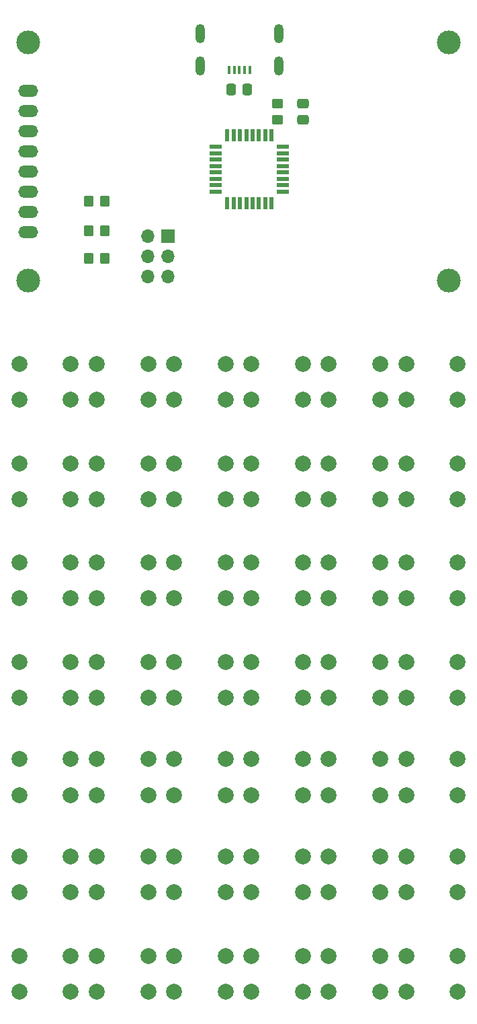
<source format=gbr>
G04 #@! TF.GenerationSoftware,KiCad,Pcbnew,6.0.0*
G04 #@! TF.CreationDate,2022-03-22T20:09:41+01:00*
G04 #@! TF.ProjectId,calculator,63616c63-756c-4617-946f-722e6b696361,rev?*
G04 #@! TF.SameCoordinates,Original*
G04 #@! TF.FileFunction,Soldermask,Bot*
G04 #@! TF.FilePolarity,Negative*
%FSLAX46Y46*%
G04 Gerber Fmt 4.6, Leading zero omitted, Abs format (unit mm)*
G04 Created by KiCad (PCBNEW 6.0.0) date 2022-03-22 20:09:41*
%MOMM*%
%LPD*%
G01*
G04 APERTURE LIST*
G04 Aperture macros list*
%AMRoundRect*
0 Rectangle with rounded corners*
0 $1 Rounding radius*
0 $2 $3 $4 $5 $6 $7 $8 $9 X,Y pos of 4 corners*
0 Add a 4 corners polygon primitive as box body*
4,1,4,$2,$3,$4,$5,$6,$7,$8,$9,$2,$3,0*
0 Add four circle primitives for the rounded corners*
1,1,$1+$1,$2,$3*
1,1,$1+$1,$4,$5*
1,1,$1+$1,$6,$7*
1,1,$1+$1,$8,$9*
0 Add four rect primitives between the rounded corners*
20,1,$1+$1,$2,$3,$4,$5,0*
20,1,$1+$1,$4,$5,$6,$7,0*
20,1,$1+$1,$6,$7,$8,$9,0*
20,1,$1+$1,$8,$9,$2,$3,0*%
G04 Aperture macros list end*
%ADD10C,2.000000*%
%ADD11C,3.000000*%
%ADD12O,2.500000X1.500000*%
%ADD13RoundRect,0.250000X-0.337500X-0.475000X0.337500X-0.475000X0.337500X0.475000X-0.337500X0.475000X0*%
%ADD14R,1.600000X0.550000*%
%ADD15R,0.550000X1.600000*%
%ADD16RoundRect,0.250000X-0.475000X0.337500X-0.475000X-0.337500X0.475000X-0.337500X0.475000X0.337500X0*%
%ADD17RoundRect,0.250000X0.350000X0.450000X-0.350000X0.450000X-0.350000X-0.450000X0.350000X-0.450000X0*%
%ADD18R,0.450000X1.100000*%
%ADD19O,1.200000X2.400000*%
%ADD20RoundRect,0.250000X-0.450000X0.350000X-0.450000X-0.350000X0.450000X-0.350000X0.450000X0.350000X0*%
%ADD21R,1.700000X1.700000*%
%ADD22O,1.700000X1.700000*%
G04 APERTURE END LIST*
D10*
X146000000Y-84750000D03*
X152500000Y-84750000D03*
X152500000Y-89250000D03*
X146000000Y-89250000D03*
X116750000Y-84750000D03*
X123250000Y-84750000D03*
X123250000Y-89250000D03*
X116750000Y-89250000D03*
X155750000Y-97250000D03*
X162250000Y-97250000D03*
X162250000Y-101750000D03*
X155750000Y-101750000D03*
X107000000Y-134500000D03*
X113500000Y-134500000D03*
X113500000Y-139000000D03*
X107000000Y-139000000D03*
X142750000Y-84750000D03*
X136250000Y-84750000D03*
X136250000Y-89250000D03*
X142750000Y-89250000D03*
X133000000Y-97250000D03*
X126500000Y-97250000D03*
X133000000Y-101750000D03*
X126500000Y-101750000D03*
X136250000Y-134500000D03*
X142750000Y-134500000D03*
X136250000Y-139000000D03*
X142750000Y-139000000D03*
X116750000Y-109750000D03*
X123250000Y-109750000D03*
X123250000Y-114250000D03*
X116750000Y-114250000D03*
X113500000Y-146750000D03*
X107000000Y-146750000D03*
X107000000Y-151250000D03*
X113500000Y-151250000D03*
X142750000Y-122250000D03*
X136250000Y-122250000D03*
X142750000Y-126750000D03*
X136250000Y-126750000D03*
X155750000Y-134500000D03*
X162250000Y-134500000D03*
X155750000Y-139000000D03*
X162250000Y-139000000D03*
X162250000Y-122250000D03*
X155750000Y-122250000D03*
X162250000Y-126750000D03*
X155750000Y-126750000D03*
X133000000Y-134500000D03*
X126500000Y-134500000D03*
X126500000Y-139000000D03*
X133000000Y-139000000D03*
X133000000Y-122250000D03*
X126500000Y-122250000D03*
X133000000Y-126750000D03*
X126500000Y-126750000D03*
X107000000Y-84750000D03*
X113500000Y-84750000D03*
X107000000Y-89250000D03*
X113500000Y-89250000D03*
X113500000Y-159250000D03*
X107000000Y-159250000D03*
X113500000Y-163750000D03*
X107000000Y-163750000D03*
X152500000Y-122250000D03*
X146000000Y-122250000D03*
X152500000Y-126750000D03*
X146000000Y-126750000D03*
X155750000Y-109750000D03*
X162250000Y-109750000D03*
X155750000Y-114250000D03*
X162250000Y-114250000D03*
X155750000Y-159250000D03*
X162250000Y-159250000D03*
X162250000Y-163750000D03*
X155750000Y-163750000D03*
X123250000Y-97250000D03*
X116750000Y-97250000D03*
X116750000Y-101750000D03*
X123250000Y-101750000D03*
X146000000Y-146750000D03*
X152500000Y-146750000D03*
X152500000Y-151250000D03*
X146000000Y-151250000D03*
X123250000Y-159250000D03*
X116750000Y-159250000D03*
X123250000Y-163750000D03*
X116750000Y-163750000D03*
X126500000Y-109750000D03*
X133000000Y-109750000D03*
X126500000Y-114250000D03*
X133000000Y-114250000D03*
X142750000Y-146750000D03*
X136250000Y-146750000D03*
X136250000Y-151250000D03*
X142750000Y-151250000D03*
X152500000Y-134500000D03*
X146000000Y-134500000D03*
X146000000Y-139000000D03*
X152500000Y-139000000D03*
X146000000Y-159250000D03*
X152500000Y-159250000D03*
X146000000Y-163750000D03*
X152500000Y-163750000D03*
X162250000Y-146750000D03*
X155750000Y-146750000D03*
X155750000Y-151250000D03*
X162250000Y-151250000D03*
X136250000Y-109750000D03*
X142750000Y-109750000D03*
X142750000Y-114250000D03*
X136250000Y-114250000D03*
X123250000Y-122250000D03*
X116750000Y-122250000D03*
X123250000Y-126750000D03*
X116750000Y-126750000D03*
X146000000Y-97250000D03*
X152500000Y-97250000D03*
X146000000Y-101750000D03*
X152500000Y-101750000D03*
X113500000Y-97250000D03*
X107000000Y-97250000D03*
X113500000Y-101750000D03*
X107000000Y-101750000D03*
X126500000Y-159250000D03*
X133000000Y-159250000D03*
X133000000Y-163750000D03*
X126500000Y-163750000D03*
X133000000Y-146750000D03*
X126500000Y-146750000D03*
X133000000Y-151250000D03*
X126500000Y-151250000D03*
X142750000Y-159250000D03*
X136250000Y-159250000D03*
X136250000Y-163750000D03*
X142750000Y-163750000D03*
X123250000Y-134500000D03*
X116750000Y-134500000D03*
X123250000Y-139000000D03*
X116750000Y-139000000D03*
X142750000Y-97250000D03*
X136250000Y-97250000D03*
X142750000Y-101750000D03*
X136250000Y-101750000D03*
X133000000Y-84750000D03*
X126500000Y-84750000D03*
X133000000Y-89250000D03*
X126500000Y-89250000D03*
X123250000Y-146750000D03*
X116750000Y-146750000D03*
X123250000Y-151250000D03*
X116750000Y-151250000D03*
X155750000Y-84750000D03*
X162250000Y-84750000D03*
X162250000Y-89250000D03*
X155750000Y-89250000D03*
X107000000Y-122250000D03*
X113500000Y-122250000D03*
X113500000Y-126750000D03*
X107000000Y-126750000D03*
X107000000Y-109750000D03*
X113500000Y-109750000D03*
X113500000Y-114250000D03*
X107000000Y-114250000D03*
X152500000Y-109750000D03*
X146000000Y-109750000D03*
X146000000Y-114250000D03*
X152500000Y-114250000D03*
D11*
X108145000Y-74285000D03*
X161145000Y-44285000D03*
X161145000Y-74285000D03*
X108145000Y-44285000D03*
D12*
X108145000Y-50395000D03*
X108145000Y-52935000D03*
X108145000Y-55475000D03*
X108145000Y-58015000D03*
X108145000Y-60555000D03*
X108145000Y-63095000D03*
X108145000Y-65635000D03*
X108145000Y-68175000D03*
D13*
X133675000Y-50250000D03*
X135750000Y-50250000D03*
D14*
X140250000Y-57450000D03*
X140250000Y-58250000D03*
X140250000Y-59050000D03*
X140250000Y-59850000D03*
X140250000Y-60650000D03*
X140250000Y-61450000D03*
X140250000Y-62250000D03*
X140250000Y-63050000D03*
D15*
X138800000Y-64500000D03*
X138000000Y-64500000D03*
X137200000Y-64500000D03*
X136400000Y-64500000D03*
X135600000Y-64500000D03*
X134800000Y-64500000D03*
X134000000Y-64500000D03*
X133200000Y-64500000D03*
D14*
X131750000Y-63050000D03*
X131750000Y-62250000D03*
X131750000Y-61450000D03*
X131750000Y-60650000D03*
X131750000Y-59850000D03*
X131750000Y-59050000D03*
X131750000Y-58250000D03*
X131750000Y-57450000D03*
D15*
X133200000Y-56000000D03*
X134000000Y-56000000D03*
X134800000Y-56000000D03*
X135600000Y-56000000D03*
X136400000Y-56000000D03*
X137200000Y-56000000D03*
X138000000Y-56000000D03*
X138800000Y-56000000D03*
D16*
X142750000Y-51962500D03*
X142750000Y-54037500D03*
D17*
X117750000Y-68000000D03*
X115750000Y-68000000D03*
D18*
X133450000Y-47750000D03*
X134100000Y-47750000D03*
X134750000Y-47750000D03*
X135400000Y-47750000D03*
X136050000Y-47750000D03*
D19*
X129800000Y-47230000D03*
X129800000Y-43230000D03*
X139700000Y-43230000D03*
X139700000Y-47230000D03*
D20*
X139500000Y-52000000D03*
X139500000Y-54000000D03*
D17*
X117750000Y-64250000D03*
X115750000Y-64250000D03*
D21*
X125750000Y-68670000D03*
D22*
X123210000Y-68670000D03*
X125750000Y-71210000D03*
X123210000Y-71210000D03*
X125750000Y-73750000D03*
X123210000Y-73750000D03*
D17*
X117750000Y-71500000D03*
X115750000Y-71500000D03*
M02*

</source>
